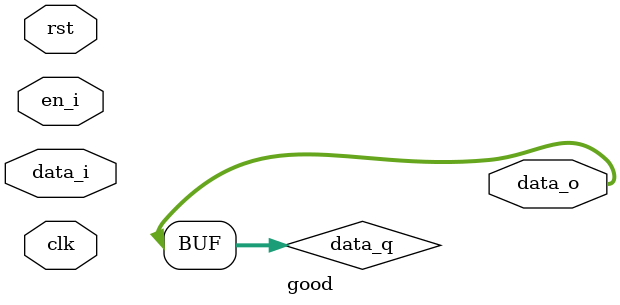
<source format=sv>

module test #(
    parameter WIDTH = 8
) (
    input   logic               clk,
    input   logic               rst,
    input   logic               en_i,
    input   logic [WIDTH-1:0]   data_i,
    output  logic [WIDTH-1:0]   good_o,
    output  logic [WIDTH-1:0]   bad_o
);
bad #(WIDTH) bad (clk, rst, en_i, data_i, bad_o);
good #(WIDTH) good (clk, rst, en_i, data_i, good_o);
endmodule


module bad #(
    parameter WIDTH = 8
) (
    input   logic               clk,
    input   logic               rst,
    input   logic               en_i,
    input   logic [WIDTH-1:0]   data_i,
    output  logic [WIDTH-1:0]   data_o
);
    logic [WIDTH-1:0] data_d, data_q;
    assign data_o = data_q;
    `include "2/bad.svh"
endmodule

module good #(
    parameter WIDTH = 8
) (
    input   logic               clk,
    input   logic               rst,
    input   logic               en_i,
    input   logic [WIDTH-1:0]   data_i,
    output  logic [WIDTH-1:0]   data_o
);
    logic [WIDTH-1:0] data_d, data_q;
    assign data_o = data_q;
    `include "2/good.svh"
endmodule

</source>
